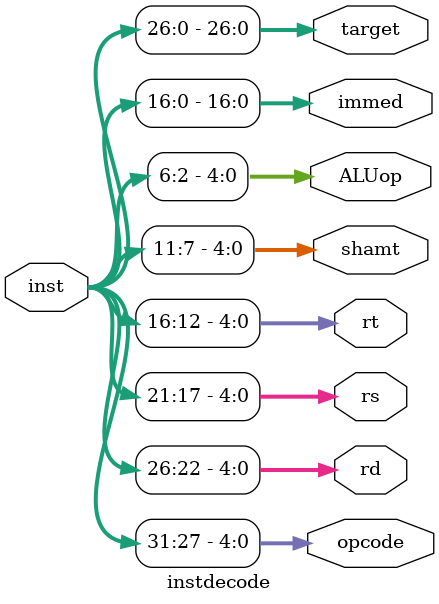
<source format=v>
module instdecode(inst, opcode, rd, rs, rt, shamt, ALUop, immed, target);

    input [31:0] inst;

    output [4:0] opcode, rd, rs, rt, shamt, ALUop;
    output [16:0] immed;
    output [26:0] target;


    assign opcode = inst[31:27];
    assign rd = inst[26:22];
    assign rs = inst[21:17];
    assign rt = inst[16:12];
    assign shamt = inst[11:7];
    assign ALUop = inst[6:2];
    assign immed = inst[16:0];
    assign target = inst[26:0];

    

endmodule
</source>
